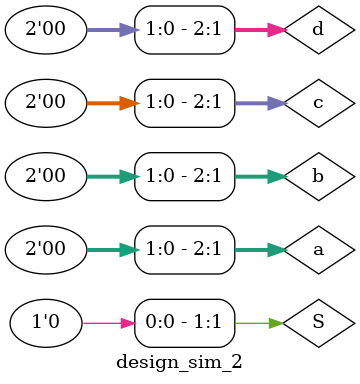
<source format=v>
`timescale 1ns / 100ps


module design_sim_2();
    parameter size = 10000;
    reg[2:0] a;
    reg[2:0] b;
    reg[2:0] c;
    reg[2:0] d;
    reg[1:0] S;
    wire[2:0]e;
    design_1 u(.a(a),.b(b),.c(c),.d(d),.S(S),.e(e));
    initial begin
        a = 'd0;
        b = 'd0;
        c = 'd0;
        d = 'd0;
        S = 'd0;
    
        repeat(size)
        begin
            #10
            a = $random;
            b = $random;
            c = $random;
            d = $random;
            S = $random;
        end
    end
endmodule
</source>
